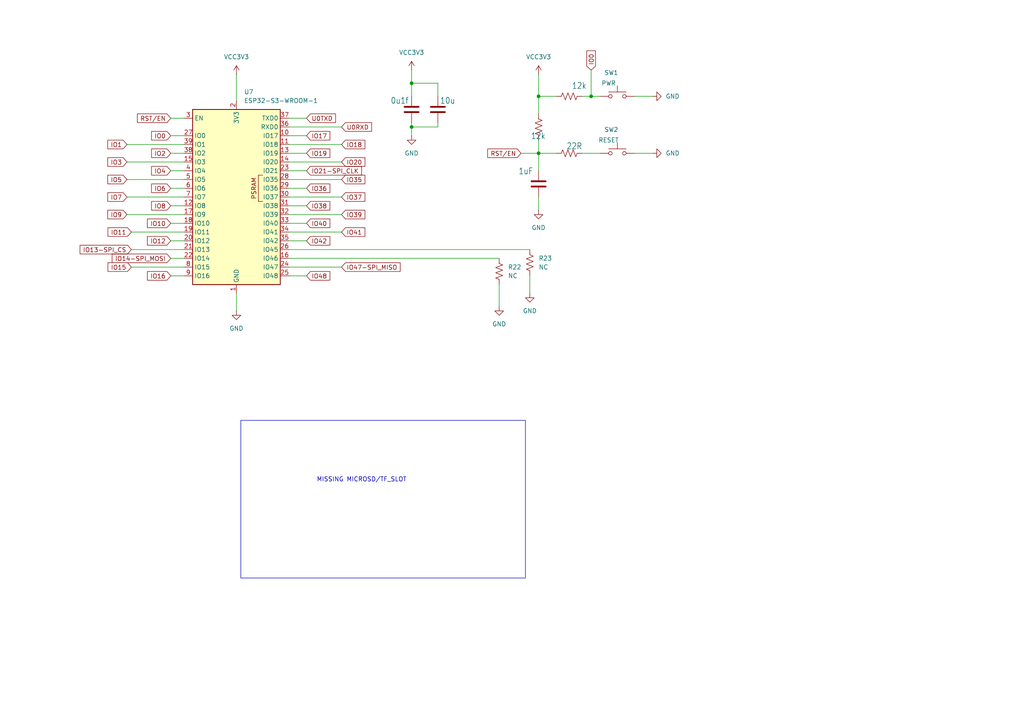
<source format=kicad_sch>
(kicad_sch (version 20231120) (generator "eeschema") (generator_version "8.0")
  (paper "A4")
  (title_block (title "TrackSense") (date "2024-05-07") (rev "BETA_1.0") (company "DFC - Cegep Ste-Foy"))
  (lib_symbols
    (symbol "Device:C" (pin_numbers hide) (pin_names (offset 0.254))
      (property "Reference" "C" (at 0.635 2.54 0))
      (property "Value" "C" (at 0.635 -2.54 0))
      (symbol "C_0_1"
        (polyline (pts (xy -2.032 -0.762) (xy 2.032 -0.762)) (stroke (width 0.508)))
        (polyline (pts (xy -2.032 0.762) (xy 2.032 0.762)) (stroke (width 0.508)))
      )
      (symbol "C_1_1"
        (pin passive line (at 0 3.81 270) (length 2.794) (name "~") (number "1"))
        (pin passive line (at 0 -3.81 90) (length 2.794) (name "~") (number "2"))
      )
    )
    (symbol "Device:R_US" (pin_numbers hide) (pin_names (offset 0))
      (property "Reference" "R" (at 2.54 0 90))
      (property "Value" "R_US" (at -2.54 0 90))
      (symbol "R_US_0_1"
        (polyline (pts (xy 0 -2.286) (xy 0 -2.54)))
        (polyline (pts (xy 0 2.286) (xy 0 2.54)))
        (polyline (pts (xy 0 -0.762) (xy 1.016 -1.143) (xy 0 -1.524) (xy -1.016 -1.905) (xy 0 -2.286)))
        (polyline (pts (xy 0 0.762) (xy 1.016 0.381) (xy 0 0) (xy -1.016 -0.381) (xy 0 -0.762)))
        (polyline (pts (xy 0 2.286) (xy 1.016 1.905) (xy 0 1.524) (xy -1.016 1.143) (xy 0 0.762)))
      )
      (symbol "R_US_1_1"
        (pin passive line (at 0 3.81 270) (length 1.27) (name "~") (number "1"))
        (pin passive line (at 0 -3.81 90) (length 1.27) (name "~") (number "2"))
      )
    )
    (symbol "RF_Module:ESP32-S3-WROOM-1"
      (property "Reference" "U" (at -12.7 26.67 0))
      (property "Value" "ESP32-S3-WROOM-1" (at 12.7 26.67 0))
      (symbol "ESP32-S3-WROOM-1_0_0"
        (rectangle (start -12.7 25.4) (end 12.7 -25.4) (stroke (width 0.254)) (fill (type background)))
        (text "PSRAM" (at 5.08 2.54 900) (effects (font (size 1.27 1.27))))
      )
      (symbol "ESP32-S3-WROOM-1_0_1"
        (polyline (pts (xy 7.62 -1.27) (xy 6.35 -1.27) (xy 6.35 6.35) (xy 7.62 6.35)))
      )
      (symbol "ESP32-S3-WROOM-1_1_1"
        (pin power_in line (at 0 -27.94 90) (length 2.54) (name "GND") (number "1"))
        (pin bidirectional line (at 15.24 17.78 180) (length 2.54) (name "IO17") (number "10"))
        (pin bidirectional line (at 15.24 15.24 180) (length 2.54) (name "IO18") (number "11"))
        (pin bidirectional line (at -15.24 -2.54 0) (length 2.54) (name "IO8") (number "12"))
        (pin bidirectional line (at 15.24 12.7 180) (length 2.54) (name "IO19") (number "13"))
        (pin bidirectional line (at 15.24 10.16 180) (length 2.54) (name "IO20") (number "14"))
        (pin bidirectional line (at -15.24 10.16 0) (length 2.54) (name "IO3") (number "15"))
        (pin bidirectional line (at 15.24 -17.78 180) (length 2.54) (name "IO46") (number "16"))
        (pin bidirectional line (at -15.24 -5.08 0) (length 2.54) (name "IO9") (number "17"))
        (pin bidirectional line (at -15.24 -7.62 0) (length 2.54) (name "IO10") (number "18"))
        (pin bidirectional line (at -15.24 -10.16 0) (length 2.54) (name "IO11") (number "19"))
        (pin power_in line (at 0 27.94 270) (length 2.54) (name "3V3") (number "2"))
        (pin bidirectional line (at -15.24 -12.7 0) (length 2.54) (name "IO12") (number "20"))
        (pin bidirectional line (at -15.24 -15.24 0) (length 2.54) (name "IO13") (number "21"))
        (pin bidirectional line (at -15.24 -17.78 0) (length 2.54) (name "IO14") (number "22"))
        (pin bidirectional line (at 15.24 7.62 180) (length 2.54) (name "IO21") (number "23"))
        (pin bidirectional line (at 15.24 -20.32 180) (length 2.54) (name "IO47") (number "24"))
        (pin bidirectional line (at 15.24 -22.86 180) (length 2.54) (name "IO48") (number "25"))
        (pin bidirectional line (at 15.24 -15.24 180) (length 2.54) (name "IO45") (number "26"))
        (pin bidirectional line (at -15.24 17.78 0) (length 2.54) (name "IO0") (number "27"))
        (pin bidirectional line (at 15.24 5.08 180) (length 2.54) (name "IO35") (number "28"))
        (pin bidirectional line (at 15.24 2.54 180) (length 2.54) (name "IO36") (number "29"))
        (pin input line (at -15.24 22.86 0) (length 2.54) (name "EN") (number "3"))
        (pin bidirectional line (at 15.24 0 180) (length 2.54) (name "IO37") (number "30"))
        (pin bidirectional line (at 15.24 -2.54 180) (length 2.54) (name "IO38") (number "31"))
        (pin bidirectional line (at 15.24 -5.08 180) (length 2.54) (name "IO39") (number "32"))
        (pin bidirectional line (at 15.24 -7.62 180) (length 2.54) (name "IO40") (number "33"))
        (pin bidirectional line (at 15.24 -10.16 180) (length 2.54) (name "IO41") (number "34"))
        (pin bidirectional line (at 15.24 -12.7 180) (length 2.54) (name "IO42") (number "35"))
        (pin bidirectional line (at 15.24 20.32 180) (length 2.54) (name "RXD0") (number "36"))
        (pin bidirectional line (at 15.24 22.86 180) (length 2.54) (name "TXD0") (number "37"))
        (pin bidirectional line (at -15.24 12.7 0) (length 2.54) (name "IO2") (number "38"))
        (pin bidirectional line (at -15.24 15.24 0) (length 2.54) (name "IO1") (number "39"))
        (pin bidirectional line (at -15.24 7.62 0) (length 2.54) (name "IO4") (number "4"))
        (pin passive line (at 0 -27.94 90) (length 2.54) hide (name "GND") (number "40"))
        (pin passive line (at 0 -27.94 90) (length 2.54) hide (name "GND") (number "41"))
        (pin bidirectional line (at -15.24 5.08 0) (length 2.54) (name "IO5") (number "5"))
        (pin bidirectional line (at -15.24 2.54 0) (length 2.54) (name "IO6") (number "6"))
        (pin bidirectional line (at -15.24 0 0) (length 2.54) (name "IO7") (number "7"))
        (pin bidirectional line (at -15.24 -20.32 0) (length 2.54) (name "IO15") (number "8"))
        (pin bidirectional line (at -15.24 -22.86 0) (length 2.54) (name "IO16") (number "9"))
      )
    )
    (symbol "Switch:SW_Push" (pin_numbers hide) (pin_names (offset 1.016) hide)
      (property "Reference" "SW" (at 1.27 2.54 0))
      (property "Value" "SW_Push" (at 0 -1.524 0))
      (symbol "SW_Push_0_1"
        (circle (center -2.032 0) (radius 0.508))
        (polyline (pts (xy 0 1.27) (xy 0 3.048)))
        (polyline (pts (xy 2.54 1.27) (xy -2.54 1.27)))
        (circle (center 2.032 0) (radius 0.508))
        (pin passive line (at -5.08 0 0) (length 2.54) (name "1") (number "1"))
        (pin passive line (at 5.08 0 180) (length 2.54) (name "2") (number "2"))
      )
    )
    (symbol "power:GND" (power) (pin_numbers hide) (pin_names (offset 0) hide)
      (property "Value" "GND" (at 0 -3.81 0))
      (symbol "GND_0_1"
        (polyline (pts (xy 0 0) (xy 0 -1.27) (xy 1.27 -1.27) (xy 0 -2.54) (xy -1.27 -1.27) (xy 0 -1.27)))
      )
      (symbol "GND_1_1"
        (pin power_in line (at 0 0 270) (length 0) (name "~") (number "1"))
      )
    )
    (symbol "power:VCC" (power) (pin_numbers hide) (pin_names (offset 0) hide)
      (property "Value" "VCC" (at 0 3.556 0))
      (symbol "VCC_0_1"
        (polyline (pts (xy -0.762 1.27) (xy 0 2.54)))
        (polyline (pts (xy 0 0) (xy 0 2.54)))
        (polyline (pts (xy 0 2.54) (xy 0.762 1.27)))
      )
      (symbol "VCC_1_1"
        (pin power_in line (at 0 0 90) (length 0) (name "~") (number "1"))
      )
    )
  )
  (junction (at 119.38 24.13))
  (junction (at 119.38 36.83))
  (junction (at 156.21 44.45))
  (junction (at 156.21 27.94))
  (junction (at 171.45 27.94))
  (wire (pts (xy 83.82 54.61) (xy 88.9 54.61)))
  (wire (pts (xy 83.82 77.47) (xy 99.06 77.47)))
  (wire (pts (xy 168.91 27.94) (xy 171.45 27.94)))
  (wire (pts (xy 119.38 27.94) (xy 119.38 24.13)))
  (wire (pts (xy 119.38 24.13) (xy 119.38 20.32)))
  (wire (pts (xy 171.45 27.94) (xy 173.99 27.94)))
  (wire (pts (xy 83.82 69.85) (xy 88.9 69.85)))
  (wire (pts (xy 184.15 27.94) (xy 189.23 27.94)))
  (wire (pts (xy 171.45 20.32) (xy 171.45 27.94)))
  (wire (pts (xy 144.78 82.55) (xy 144.78 88.9)))
  (wire (pts (xy 127 27.94) (xy 127 24.13)))
  (wire (pts (xy 83.82 64.77) (xy 88.9 64.77)))
  (wire (pts (xy 49.53 80.01) (xy 53.34 80.01)))
  (wire (pts (xy 83.82 74.93) (xy 144.78 74.93)))
  (wire (pts (xy 151.13 44.45) (xy 156.21 44.45)))
  (wire (pts (xy 156.21 40.64) (xy 156.21 44.45)))
  (wire (pts (xy 83.82 62.23) (xy 99.06 62.23)))
  (wire (pts (xy 38.1 77.47) (xy 53.34 77.47)))
  (wire (pts (xy 168.91 44.45) (xy 173.99 44.45)))
  (wire (pts (xy 49.53 59.69) (xy 53.34 59.69)))
  (wire (pts (xy 49.53 49.53) (xy 53.34 49.53)))
  (wire (pts (xy 83.82 36.83) (xy 99.06 36.83)))
  (wire (pts (xy 83.82 46.99) (xy 99.06 46.99)))
  (wire (pts (xy 83.82 57.15) (xy 99.06 57.15)))
  (wire (pts (xy 83.82 80.01) (xy 88.9 80.01)))
  (wire (pts (xy 68.58 21.59) (xy 68.58 29.21)))
  (wire (pts (xy 156.21 27.94) (xy 161.29 27.94)))
  (wire (pts (xy 49.53 74.93) (xy 53.34 74.93)))
  (wire (pts (xy 83.82 39.37) (xy 88.9 39.37)))
  (wire (pts (xy 156.21 44.45) (xy 161.29 44.45)))
  (wire (pts (xy 36.83 46.99) (xy 53.34 46.99)))
  (wire (pts (xy 83.82 59.69) (xy 88.9 59.69)))
  (wire (pts (xy 36.83 52.07) (xy 53.34 52.07)))
  (wire (pts (xy 36.83 41.91) (xy 53.34 41.91)))
  (wire (pts (xy 49.53 64.77) (xy 53.34 64.77)))
  (wire (pts (xy 49.53 69.85) (xy 53.34 69.85)))
  (wire (pts (xy 119.38 35.56) (xy 119.38 36.83)))
  (wire (pts (xy 36.83 57.15) (xy 53.34 57.15)))
  (wire (pts (xy 127 24.13) (xy 119.38 24.13)))
  (wire (pts (xy 83.82 72.39) (xy 153.67 72.39)))
  (wire (pts (xy 68.58 85.09) (xy 68.58 90.17)))
  (wire (pts (xy 127 35.56) (xy 127 36.83)))
  (wire (pts (xy 49.53 44.45) (xy 53.34 44.45)))
  (wire (pts (xy 38.1 67.31) (xy 53.34 67.31)))
  (wire (pts (xy 184.15 44.45) (xy 189.23 44.45)))
  (wire (pts (xy 83.82 49.53) (xy 88.9 49.53)))
  (wire (pts (xy 153.67 80.01) (xy 153.67 85.09)))
  (wire (pts (xy 156.21 57.15) (xy 156.21 60.96)))
  (wire (pts (xy 49.53 54.61) (xy 53.34 54.61)))
  (wire (pts (xy 83.82 44.45) (xy 88.9 44.45)))
  (wire (pts (xy 49.53 39.37) (xy 53.34 39.37)))
  (wire (pts (xy 83.82 52.07) (xy 99.06 52.07)))
  (wire (pts (xy 36.83 62.23) (xy 53.34 62.23)))
  (wire (pts (xy 83.82 67.31) (xy 99.06 67.31)))
  (wire (pts (xy 49.53 34.29) (xy 53.34 34.29)))
  (wire (pts (xy 156.21 27.94) (xy 156.21 33.02)))
  (wire (pts (xy 156.21 21.59) (xy 156.21 27.94)))
  (wire (pts (xy 156.21 44.45) (xy 156.21 49.53)))
  (wire (pts (xy 83.82 41.91) (xy 99.06 41.91)))
  (wire (pts (xy 119.38 36.83) (xy 127 36.83)))
  (wire (pts (xy 38.1 72.39) (xy 53.34 72.39)))
  (wire (pts (xy 119.38 39.37) (xy 119.38 36.83)))
  (wire (pts (xy 83.82 34.29) (xy 88.9 34.29)))
  (rectangle (start 69.85 121.92) (end 152.4 167.64))
  (text "MISSING MICROSD/TF_SLOT" (at 104.902 139.192 0) (effects (font (size 1.27 1.27))))
  (global_label "IO1" (shape input) (at 36.83 41.91 180) (property "Intersheetrefs" "${INTERSHEET_REFS}" (effects (hide yes))))
  (global_label "IO37" (shape input) (at 99.06 57.15 0) (property "Intersheetrefs" "${INTERSHEET_REFS}" (effects (hide yes))))
  (global_label "IO41" (shape input) (at 99.06 67.31 0) (property "Intersheetrefs" "${INTERSHEET_REFS}" (effects (hide yes))))
  (global_label "IO14-SPI_MOSI" (shape input) (at 49.53 74.93 180) (property "Intersheetrefs" "${INTERSHEET_REFS}" (effects (hide yes))))
  (global_label "IO36" (shape input) (at 88.9 54.61 0) (property "Intersheetrefs" "${INTERSHEET_REFS}" (effects (hide yes))))
  (global_label "IO12" (shape input) (at 49.53 69.85 180) (property "Intersheetrefs" "${INTERSHEET_REFS}" (effects (hide yes))))
  (global_label "IO19" (shape input) (at 88.9 44.45 0) (property "Intersheetrefs" "${INTERSHEET_REFS}" (effects (hide yes))))
  (global_label "IO15" (shape input) (at 38.1 77.47 180) (property "Intersheetrefs" "${INTERSHEET_REFS}" (effects (hide yes))))
  (global_label "IO3" (shape input) (at 36.83 46.99 180) (property "Intersheetrefs" "${INTERSHEET_REFS}" (effects (hide yes))))
  (global_label "IO20" (shape input) (at 99.06 46.99 0) (property "Intersheetrefs" "${INTERSHEET_REFS}" (effects (hide yes))))
  (global_label "IO0" (shape input) (at 49.53 39.37 180) (property "Intersheetrefs" "${INTERSHEET_REFS}" (effects (hide yes))))
  (global_label "IO6" (shape input) (at 49.53 54.61 180) (property "Intersheetrefs" "${INTERSHEET_REFS}" (effects (hide yes))))
  (global_label "IO5" (shape input) (at 36.83 52.07 180) (property "Intersheetrefs" "${INTERSHEET_REFS}" (effects (hide yes))))
  (global_label "IO21-SPI_CLK" (shape input) (at 88.9 49.53 0) (property "Intersheetrefs" "${INTERSHEET_REFS}" (effects (hide yes))))
  (global_label "IO0" (shape input) (at 171.45 20.32 90) (property "Intersheetrefs" "${INTERSHEET_REFS}" (effects (hide yes))))
  (global_label "U0TXD" (shape input) (at 88.9 34.29 0) (property "Intersheetrefs" "${INTERSHEET_REFS}" (effects (hide yes))))
  (global_label "IO11" (shape input) (at 38.1 67.31 180) (property "Intersheetrefs" "${INTERSHEET_REFS}" (effects (hide yes))))
  (global_label "IO13-SPI_CS" (shape input) (at 38.1 72.39 180) (property "Intersheetrefs" "${INTERSHEET_REFS}" (effects (hide yes))))
  (global_label "IO39" (shape input) (at 99.06 62.23 0) (property "Intersheetrefs" "${INTERSHEET_REFS}" (effects (hide yes))))
  (global_label "IO48" (shape input) (at 88.9 80.01 0) (property "Intersheetrefs" "${INTERSHEET_REFS}" (effects (hide yes))))
  (global_label "IO9" (shape input) (at 36.83 62.23 180) (property "Intersheetrefs" "${INTERSHEET_REFS}" (effects (hide yes))))
  (global_label "IO42" (shape input) (at 88.9 69.85 0) (property "Intersheetrefs" "${INTERSHEET_REFS}" (effects (hide yes))))
  (global_label "IO10" (shape input) (at 49.53 64.77 180) (property "Intersheetrefs" "${INTERSHEET_REFS}" (effects (hide yes))))
  (global_label "U0RXD" (shape input) (at 99.06 36.83 0) (property "Intersheetrefs" "${INTERSHEET_REFS}" (effects (hide yes))))
  (global_label "IO47-SPI_MISO" (shape input) (at 99.06 77.47 0) (property "Intersheetrefs" "${INTERSHEET_REFS}" (effects (hide yes))))
  (global_label "IO8" (shape input) (at 49.53 59.69 180) (property "Intersheetrefs" "${INTERSHEET_REFS}" (effects (hide yes))))
  (global_label "IO17" (shape input) (at 88.9 39.37 0) (property "Intersheetrefs" "${INTERSHEET_REFS}" (effects (hide yes))))
  (global_label "RST{slash}EN" (shape input) (at 151.13 44.45 180) (property "Intersheetrefs" "${INTERSHEET_REFS}" (effects (hide yes))))
  (global_label "IO18" (shape input) (at 99.06 41.91 0) (property "Intersheetrefs" "${INTERSHEET_REFS}" (effects (hide yes))))
  (global_label "IO7" (shape input) (at 36.83 57.15 180) (property "Intersheetrefs" "${INTERSHEET_REFS}" (effects (hide yes))))
  (global_label "IO2" (shape input) (at 49.53 44.45 180) (property "Intersheetrefs" "${INTERSHEET_REFS}" (effects (hide yes))))
  (global_label "IO35" (shape input) (at 99.06 52.07 0) (property "Intersheetrefs" "${INTERSHEET_REFS}" (effects (hide yes))))
  (global_label "IO4" (shape input) (at 49.53 49.53 180) (property "Intersheetrefs" "${INTERSHEET_REFS}" (effects (hide yes))))
  (global_label "IO40" (shape input) (at 88.9 64.77 0) (property "Intersheetrefs" "${INTERSHEET_REFS}" (effects (hide yes))))
  (global_label "IO38" (shape input) (at 88.9 59.69 0) (property "Intersheetrefs" "${INTERSHEET_REFS}" (effects (hide yes))))
  (global_label "RST{slash}EN" (shape input) (at 49.53 34.29 180) (property "Intersheetrefs" "${INTERSHEET_REFS}" (effects (hide yes))))
  (global_label "IO16" (shape input) (at 49.53 80.01 180) (property "Intersheetrefs" "${INTERSHEET_REFS}" (effects (hide yes))))
  (symbol (lib_id "Device:R_US") (at 165.1 44.45 90) (unit 1) (exclude_from_sim yes) (in_bom no) (on_board no)
    (property "Reference" "R26" (effects (hide yes)))
    (property "Value" "22R" (at 168.91 41.402 90) (effects (font (size 1.778 1.5113)) (justify left bottom)))
    (property "Footprint" "Resistor_SMD:R_0603_1608Metric" (effects (hide yes)))
    (property "Description" "Resistor, US symbol" (effects (hide yes)))
  )
  (symbol (lib_id "Device:C") (at 119.38 31.75 180) (unit 1) (exclude_from_sim yes) (in_bom no) (on_board no)
    (property "Reference" "C19" (effects (hide yes)))
    (property "Value" "0u1f" (at 118.618 28.194 0) (effects (font (size 1.778 1.5113)) (justify left bottom)))
    (property "Footprint" "Capacitor_SMD:C_0603_1608Metric" (effects (hide yes)))
    (property "Description" "Unpolarized capacitor" (effects (hide yes)))
  )
  (symbol (lib_id "power:GND") (at 189.23 27.94 90) (unit 1)
    (property "Reference" "#PWR036" (effects (hide yes)))
    (property "Value" "GND" (at 193.04 27.9399 90) (effects (justify right)))
    (property "Description" "Power symbol creates a global label with name \"GND\" , ground" (effects (hide yes)))
  )
  (symbol (lib_id "power:VCC") (at 119.38 20.32 0) (unit 1)
    (property "Reference" "#PWR030" (effects (hide yes)))
    (property "Value" "VCC3V3" (at 119.38 15.24 0))
    (property "Description" "Power symbol creates a global label with name \"VCC\"" (effects (hide yes)))
  )
  (symbol (lib_id "Device:R_US") (at 156.21 36.83 0) (unit 1) (exclude_from_sim yes) (in_bom no) (on_board no)
    (property "Reference" "R24" (effects (hide yes)))
    (property "Value" "12k" (at 153.924 40.386 0) (effects (font (size 1.778 1.5113)) (justify left bottom)))
    (property "Footprint" "Resistor_SMD:R_0603_1608Metric" (effects (hide yes)))
    (property "Description" "Resistor, US symbol" (effects (hide yes)))
  )
  (symbol (lib_id "power:GND") (at 68.58 90.17 0) (unit 1)
    (property "Reference" "#PWR029" (effects (hide yes)))
    (property "Value" "GND" (at 68.58 95.25 0))
    (property "Description" "Power symbol creates a global label with name \"GND\" , ground" (effects (hide yes)))
  )
  (symbol (lib_id "power:GND") (at 153.67 85.09 0) (unit 1)
    (property "Reference" "#PWR033" (effects (hide yes)))
    (property "Value" "GND" (at 153.67 90.17 0))
    (property "Description" "Power symbol creates a global label with name \"GND\" , ground" (effects (hide yes)))
  )
  (symbol (lib_id "Device:R_US") (at 144.78 78.74 0) (unit 1) (exclude_from_sim yes) (in_bom no) (on_board no)
    (property "Reference" "R22" (at 147.32 77.4699 0) (effects (justify left)))
    (property "Value" "NC" (at 147.32 80.0099 0) (effects (justify left)))
    (property "Footprint" "Resistor_SMD:R_0603_1608Metric" (effects (hide yes)))
    (property "Description" "Resistor, US symbol" (effects (hide yes)))
  )
  (symbol (lib_id "Switch:SW_Push") (at 179.07 27.94 0) (unit 1) (exclude_from_sim yes) (in_bom no) (on_board no)
    (property "Reference" "SW1" (at 177.292 21.082 0))
    (property "Value" "PWR" (at 176.53 24.13 0))
    (property "Footprint" "Button_Switch_SMD:SW_SPST_TL3342" (effects (hide yes)))
    (property "Description" "Push button switch, generic, two pins" (effects (hide yes)))
  )
  (symbol (lib_id "power:GND") (at 119.38 39.37 0) (unit 1)
    (property "Reference" "#PWR031" (effects (hide yes)))
    (property "Value" "GND" (at 119.38 44.45 0))
    (property "Description" "Power symbol creates a global label with name \"GND\" , ground" (effects (hide yes)))
  )
  (symbol (lib_id "power:VCC") (at 156.21 21.59 0) (unit 1)
    (property "Reference" "#PWR034" (effects (hide yes)))
    (property "Value" "VCC3V3" (at 156.21 16.51 0))
    (property "Description" "Power symbol creates a global label with name \"VCC\"" (effects (hide yes)))
  )
  (symbol (lib_id "Device:C") (at 127 31.75 180) (unit 1) (exclude_from_sim yes) (in_bom no) (on_board no)
    (property "Reference" "C20" (effects (hide yes)))
    (property "Value" "10u" (at 132.08 28.194 0) (effects (font (size 1.778 1.5113)) (justify left bottom)))
    (property "Footprint" "Capacitor_SMD:C_0603_1608Metric" (effects (hide yes)))
    (property "Description" "Unpolarized capacitor" (effects (hide yes)))
  )
  (symbol (lib_id "Device:C") (at 156.21 53.34 180) (unit 1) (exclude_from_sim yes) (in_bom no) (on_board no)
    (property "Reference" "C21" (effects (hide yes)))
    (property "Value" "1uF" (at 154.686 48.641 0) (effects (font (size 1.778 1.5113)) (justify left bottom)))
    (property "Footprint" "Capacitor_SMD:C_0603_1608Metric" (effects (hide yes)))
    (property "Description" "Unpolarized capacitor" (effects (hide yes)))
  )
  (symbol (lib_id "Switch:SW_Push") (at 179.07 44.45 0) (unit 1) (exclude_from_sim yes) (in_bom no) (on_board no)
    (property "Reference" "SW2" (at 177.292 37.592 0))
    (property "Value" "RESET" (at 176.53 40.64 0))
    (property "Footprint" "Button_Switch_SMD:SW_SPST_TL3342" (effects (hide yes)))
    (property "Description" "Push button switch, generic, two pins" (effects (hide yes)))
  )
  (symbol (lib_id "RF_Module:ESP32-S3-WROOM-1") (at 68.58 57.15 0) (unit 1) (exclude_from_sim yes) (in_bom no) (on_board no)
    (property "Reference" "U7" (at 70.7741 26.67 0) (effects (justify left)))
    (property "Value" "ESP32-S3-WROOM-1" (at 70.7741 29.21 0) (effects (justify left)))
    (property "Footprint" "RF_Module:ESP32-S3-WROOM-1" (effects (hide yes)))
    (property "Datasheet" "https://www.espressif.com/sites/default/files/documentation/esp32-s3-wroom-1_wroom-1u_datasheet_en.pdf" (effects (hide yes)))
    (property "Description" "RF Module, ESP32-S3 SoC, Wi-Fi 802.11b/g/n, Bluetooth, BLE, 32-bit, 3.3V, onboard antenna, SMD" (effects (hide yes)))
  )
  (symbol (lib_id "Device:R_US") (at 153.67 76.2 0) (unit 1) (exclude_from_sim yes) (in_bom no) (on_board no)
    (property "Reference" "R23" (at 156.21 74.9299 0) (effects (justify left)))
    (property "Value" "NC" (at 156.21 77.4699 0) (effects (justify left)))
    (property "Footprint" "Resistor_SMD:R_0603_1608Metric" (effects (hide yes)))
    (property "Description" "Resistor, US symbol" (effects (hide yes)))
  )
  (symbol (lib_id "power:GND") (at 144.78 88.9 0) (unit 1)
    (property "Reference" "#PWR032" (effects (hide yes)))
    (property "Value" "GND" (at 144.78 93.98 0))
    (property "Description" "Power symbol creates a global label with name \"GND\" , ground" (effects (hide yes)))
  )
  (symbol (lib_id "power:GND") (at 156.21 60.96 0) (unit 1)
    (property "Reference" "#PWR035" (effects (hide yes)))
    (property "Value" "GND" (at 156.21 66.04 0))
    (property "Description" "Power symbol creates a global label with name \"GND\" , ground" (effects (hide yes)))
  )
  (symbol (lib_id "Device:R_US") (at 165.1 27.94 90) (unit 1) (exclude_from_sim yes) (in_bom no) (on_board no)
    (property "Reference" "R25" (effects (hide yes)))
    (property "Value" "12k" (at 170.18 23.876 90) (effects (font (size 1.778 1.5113)) (justify left bottom)))
    (property "Footprint" "Resistor_SMD:R_0603_1608Metric" (effects (hide yes)))
    (property "Description" "Resistor, US symbol" (effects (hide yes)))
  )
  (symbol (lib_id "power:GND") (at 189.23 44.45 90) (unit 1)
    (property "Reference" "#PWR037" (effects (hide yes)))
    (property "Value" "GND" (at 193.04 44.4499 90) (effects (justify right)))
    (property "Description" "Power symbol creates a global label with name \"GND\" , ground" (effects (hide yes)))
  )
  (symbol (lib_id "power:VCC") (at 68.58 21.59 0) (unit 1)
    (property "Reference" "#PWR028" (effects (hide yes)))
    (property "Value" "VCC3V3" (at 68.58 16.51 0))
    (property "Description" "Power symbol creates a global label with name \"VCC\"" (effects (hide yes)))
  )
)
</source>
